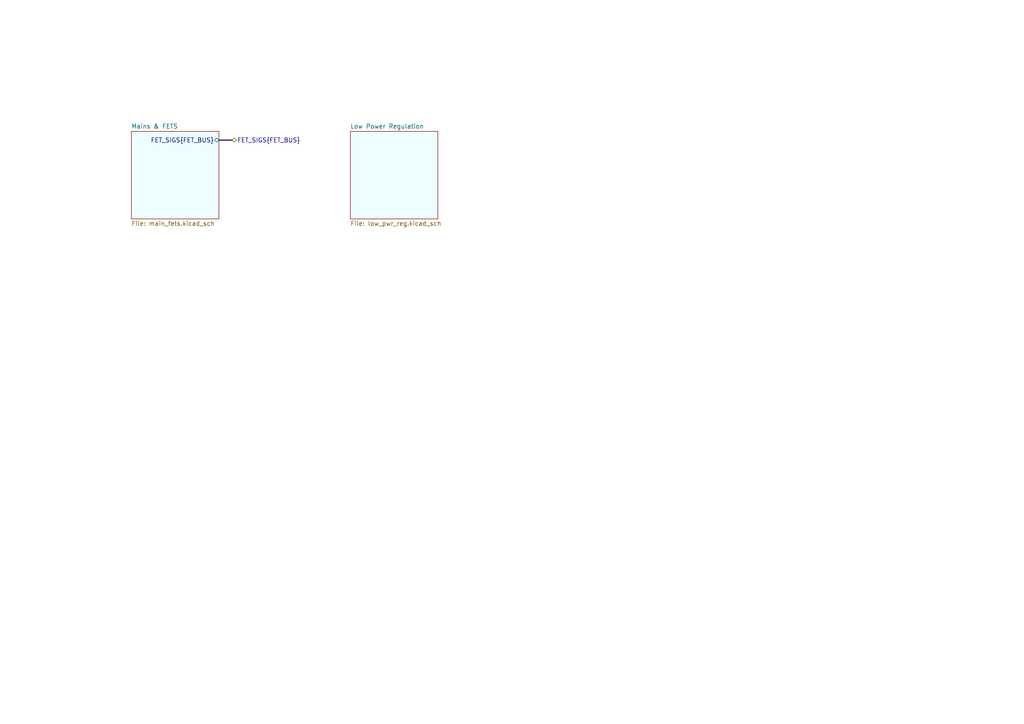
<source format=kicad_sch>
(kicad_sch
	(version 20231120)
	(generator "eeschema")
	(generator_version "8.0")
	(uuid "c596bf69-feda-4094-9e7d-fa8494f34e7b")
	(paper "A4")
	(title_block
		(rev "V1")
		(company "EcoCar")
	)
	(lib_symbols)
	(bus
		(pts
			(xy 63.5 40.64) (xy 67.31 40.64)
		)
		(stroke
			(width 0)
			(type default)
		)
		(uuid "96d778ae-aa47-4e6a-a264-48117ddd01d5")
	)
	(hierarchical_label "FET_SIGS{FET_BUS}"
		(shape bidirectional)
		(at 67.31 40.64 0)
		(fields_autoplaced yes)
		(effects
			(font
				(size 1.27 1.27)
			)
			(justify left)
		)
		(uuid "340ed0a9-9933-4900-9500-4cfd3b99deeb")
	)
	(sheet
		(at 101.6 38.1)
		(size 25.4 25.4)
		(fields_autoplaced yes)
		(stroke
			(width 0.1524)
			(type solid)
		)
		(fill
			(color 221 251 255 0.5020)
		)
		(uuid "6f6bfd88-504f-498f-b856-d393e9fc9065")
		(property "Sheetname" "Low Power Regulation"
			(at 101.6 37.3884 0)
			(effects
				(font
					(size 1.27 1.27)
				)
				(justify left bottom)
			)
		)
		(property "Sheetfile" "low_pwr_reg.kicad_sch"
			(at 101.6 64.0846 0)
			(effects
				(font
					(size 1.27 1.27)
				)
				(justify left top)
			)
		)
		(instances
			(project "FET-Board-V1"
				(path "/49eeaae5-d819-4258-b051-773c4f6ae51f/24f9d253-4b9f-418b-b468-45d5562a11d1"
					(page "12")
				)
			)
		)
	)
	(sheet
		(at 38.1 38.1)
		(size 25.4 25.4)
		(fields_autoplaced yes)
		(stroke
			(width 0.1524)
			(type solid)
		)
		(fill
			(color 221 251 255 0.5020)
		)
		(uuid "74edaff7-7954-48fa-8ccc-cd9b5dd4e765")
		(property "Sheetname" "Mains & FETS"
			(at 38.1 37.3884 0)
			(effects
				(font
					(size 1.27 1.27)
				)
				(justify left bottom)
			)
		)
		(property "Sheetfile" "main_fets.kicad_sch"
			(at 38.1 64.0846 0)
			(effects
				(font
					(size 1.27 1.27)
				)
				(justify left top)
			)
		)
		(pin "FET_SIGS{FET_BUS}" bidirectional
			(at 63.5 40.64 0)
			(effects
				(font
					(size 1.27 1.27)
				)
				(justify right)
			)
			(uuid "e0b3e029-a01d-413f-a932-49121c22d706")
		)
		(instances
			(project "FET-Board-V1"
				(path "/49eeaae5-d819-4258-b051-773c4f6ae51f/24f9d253-4b9f-418b-b468-45d5562a11d1"
					(page "11")
				)
			)
		)
	)
)

</source>
